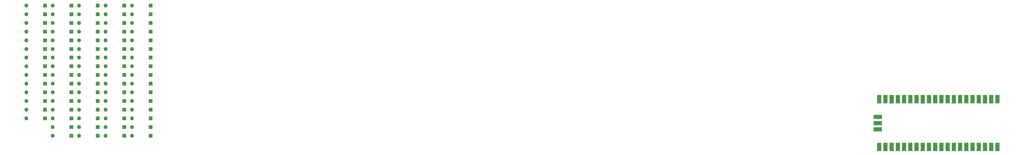
<source format=gtl>
G04 #@! TF.GenerationSoftware,KiCad,Pcbnew,8.0.8*
G04 #@! TF.CreationDate,2025-06-07T08:47:10+08:00*
G04 #@! TF.ProjectId,magic-keys,6d616769-632d-46b6-9579-732e6b696361,rev?*
G04 #@! TF.SameCoordinates,Original*
G04 #@! TF.FileFunction,Copper,L1,Top*
G04 #@! TF.FilePolarity,Positive*
%FSLAX46Y46*%
G04 Gerber Fmt 4.6, Leading zero omitted, Abs format (unit mm)*
G04 Created by KiCad (PCBNEW 8.0.8) date 2025-06-07 08:47:10*
%MOMM*%
%LPD*%
G01*
G04 APERTURE LIST*
G04 #@! TA.AperFunction,ComponentPad*
%ADD10O,1.700000X1.700000*%
G04 #@! TD*
G04 #@! TA.AperFunction,SMDPad,CuDef*
%ADD11R,1.700000X3.500000*%
G04 #@! TD*
G04 #@! TA.AperFunction,ComponentPad*
%ADD12R,1.700000X1.700000*%
G04 #@! TD*
G04 #@! TA.AperFunction,SMDPad,CuDef*
%ADD13R,3.500000X1.700000*%
G04 #@! TD*
G04 #@! TA.AperFunction,ComponentPad*
%ADD14R,1.600000X1.600000*%
G04 #@! TD*
G04 #@! TA.AperFunction,ComponentPad*
%ADD15O,1.600000X1.600000*%
G04 #@! TD*
G04 APERTURE END LIST*
D10*
G04 #@! TO.P,U1,1,GPIO0*
G04 #@! TO.N,Column 0*
X283755000Y-20320000D03*
D11*
X283755000Y-19420000D03*
D10*
G04 #@! TO.P,U1,2,GPIO1*
G04 #@! TO.N,Column 1*
X281215000Y-20320000D03*
D11*
X281215000Y-19420000D03*
D12*
G04 #@! TO.P,U1,3,GND*
G04 #@! TO.N,unconnected-(U1-GND-Pad3)*
X278675000Y-20320000D03*
D11*
X278675000Y-19420000D03*
D10*
G04 #@! TO.P,U1,4,GPIO2*
G04 #@! TO.N,Column 2*
X276135000Y-20320000D03*
D11*
X276135000Y-19420000D03*
D10*
G04 #@! TO.P,U1,5,GPIO3*
G04 #@! TO.N,Column 3*
X273595000Y-20320000D03*
D11*
X273595000Y-19420000D03*
D10*
G04 #@! TO.P,U1,6,GPIO4*
G04 #@! TO.N,Column 4*
X271055000Y-20320000D03*
D11*
X271055000Y-19420000D03*
D10*
G04 #@! TO.P,U1,7,GPIO5*
G04 #@! TO.N,Column 5*
X268515000Y-20320000D03*
D11*
X268515000Y-19420000D03*
D12*
G04 #@! TO.P,U1,8,GND*
G04 #@! TO.N,unconnected-(U1-GND-Pad8)*
X265975000Y-20320000D03*
D11*
X265975000Y-19420000D03*
D10*
G04 #@! TO.P,U1,9,GPIO6*
G04 #@! TO.N,Column 6*
X263435000Y-20320000D03*
D11*
X263435000Y-19420000D03*
D10*
G04 #@! TO.P,U1,10,GPIO7*
G04 #@! TO.N,Column 7*
X260895000Y-20320000D03*
D11*
X260895000Y-19420000D03*
D10*
G04 #@! TO.P,U1,11,GPIO8*
G04 #@! TO.N,Column 8*
X258355000Y-20320000D03*
D11*
X258355000Y-19420000D03*
D10*
G04 #@! TO.P,U1,12,GPIO9*
G04 #@! TO.N,Column 9*
X255815000Y-20320000D03*
D11*
X255815000Y-19420000D03*
D12*
G04 #@! TO.P,U1,13,GND*
G04 #@! TO.N,unconnected-(U1-GND-Pad13)*
X253275000Y-20320000D03*
D11*
X253275000Y-19420000D03*
D10*
G04 #@! TO.P,U1,14,GPIO10*
G04 #@! TO.N,Column 10*
X250735000Y-20320000D03*
D11*
X250735000Y-19420000D03*
D10*
G04 #@! TO.P,U1,15,GPIO11*
G04 #@! TO.N,Column 11*
X248195000Y-20320000D03*
D11*
X248195000Y-19420000D03*
D10*
G04 #@! TO.P,U1,16,GPIO12*
G04 #@! TO.N,Column 12*
X245655000Y-20320000D03*
D11*
X245655000Y-19420000D03*
D10*
G04 #@! TO.P,U1,17,GPIO13*
G04 #@! TO.N,Column 13*
X243115000Y-20320000D03*
D11*
X243115000Y-19420000D03*
D12*
G04 #@! TO.P,U1,18,GND*
G04 #@! TO.N,unconnected-(U1-GND-Pad18)*
X240575000Y-20320000D03*
D11*
X240575000Y-19420000D03*
D10*
G04 #@! TO.P,U1,19,GPIO14*
G04 #@! TO.N,Row 0*
X238035000Y-20320000D03*
D11*
X238035000Y-19420000D03*
D10*
G04 #@! TO.P,U1,20,GPIO15*
G04 #@! TO.N,Row 1*
X235495000Y-20320000D03*
D11*
X235495000Y-19420000D03*
D10*
G04 #@! TO.P,U1,21,GPIO16*
G04 #@! TO.N,Row 2*
X235495000Y-38100000D03*
D11*
X235495000Y-39000000D03*
D10*
G04 #@! TO.P,U1,22,GPIO17*
G04 #@! TO.N,Row 3*
X238035000Y-38100000D03*
D11*
X238035000Y-39000000D03*
D12*
G04 #@! TO.P,U1,23,GND*
G04 #@! TO.N,unconnected-(U1-GND-Pad23)*
X240575000Y-38100000D03*
D11*
X240575000Y-39000000D03*
D10*
G04 #@! TO.P,U1,24,GPIO18*
G04 #@! TO.N,Column 6*
X243115000Y-38100000D03*
D11*
X243115000Y-39000000D03*
D10*
G04 #@! TO.P,U1,25,GPIO19*
G04 #@! TO.N,Row 5*
X245655000Y-38100000D03*
D11*
X245655000Y-39000000D03*
D10*
G04 #@! TO.P,U1,26,GPIO20*
G04 #@! TO.N,unconnected-(U1-GPIO20-Pad26)*
X248195000Y-38100000D03*
D11*
X248195000Y-39000000D03*
D10*
G04 #@! TO.P,U1,27,GPIO21*
G04 #@! TO.N,unconnected-(U1-GPIO21-Pad27)*
X250735000Y-38100000D03*
D11*
X250735000Y-39000000D03*
D12*
G04 #@! TO.P,U1,28,GND*
G04 #@! TO.N,unconnected-(U1-GND-Pad28)*
X253275000Y-38100000D03*
D11*
X253275000Y-39000000D03*
D10*
G04 #@! TO.P,U1,29,GPIO22*
G04 #@! TO.N,unconnected-(U1-GPIO22-Pad29)*
X255815000Y-38100000D03*
D11*
X255815000Y-39000000D03*
D10*
G04 #@! TO.P,U1,30,RUN*
G04 #@! TO.N,unconnected-(U1-RUN-Pad30)*
X258355000Y-38100000D03*
D11*
X258355000Y-39000000D03*
D10*
G04 #@! TO.P,U1,31,GPIO26_ADC0*
G04 #@! TO.N,unconnected-(U1-GPIO26_ADC0-Pad31)*
X260895000Y-38100000D03*
D11*
X260895000Y-39000000D03*
D10*
G04 #@! TO.P,U1,32,GPIO27_ADC1*
G04 #@! TO.N,unconnected-(U1-GPIO27_ADC1-Pad32)*
X263435000Y-38100000D03*
D11*
X263435000Y-39000000D03*
D12*
G04 #@! TO.P,U1,33,AGND*
G04 #@! TO.N,unconnected-(U1-AGND-Pad33)*
X265975000Y-38100000D03*
D11*
X265975000Y-39000000D03*
D10*
G04 #@! TO.P,U1,34,GPIO28_ADC2*
G04 #@! TO.N,unconnected-(U1-GPIO28_ADC2-Pad34)*
X268515000Y-38100000D03*
D11*
X268515000Y-39000000D03*
D10*
G04 #@! TO.P,U1,35,ADC_VREF*
G04 #@! TO.N,unconnected-(U1-ADC_VREF-Pad35)*
X271055000Y-38100000D03*
D11*
X271055000Y-39000000D03*
D10*
G04 #@! TO.P,U1,36,3V3*
G04 #@! TO.N,unconnected-(U1-3V3-Pad36)*
X273595000Y-38100000D03*
D11*
X273595000Y-39000000D03*
D10*
G04 #@! TO.P,U1,37,3V3_EN*
G04 #@! TO.N,unconnected-(U1-3V3_EN-Pad37)*
X276135000Y-38100000D03*
D11*
X276135000Y-39000000D03*
D12*
G04 #@! TO.P,U1,38,GND*
G04 #@! TO.N,unconnected-(U1-GND-Pad38)*
X278675000Y-38100000D03*
D11*
X278675000Y-39000000D03*
D10*
G04 #@! TO.P,U1,39,VSYS*
G04 #@! TO.N,unconnected-(U1-VSYS-Pad39)*
X281215000Y-38100000D03*
D11*
X281215000Y-39000000D03*
D10*
G04 #@! TO.P,U1,40,VBUS*
G04 #@! TO.N,unconnected-(U1-VBUS-Pad40)*
X283755000Y-38100000D03*
D11*
X283755000Y-39000000D03*
D10*
G04 #@! TO.P,U1,41,SWCLK*
G04 #@! TO.N,unconnected-(U1-SWCLK-Pad41)*
X235725000Y-26670000D03*
D13*
X234825000Y-26670000D03*
D12*
G04 #@! TO.P,U1,42,GND*
G04 #@! TO.N,unconnected-(U1-GND-Pad42)*
X235725000Y-29210000D03*
D13*
X234825000Y-29210000D03*
D10*
G04 #@! TO.P,U1,43,SWDIO*
G04 #@! TO.N,unconnected-(U1-SWDIO-Pad43)*
X235725000Y-31750000D03*
D13*
X234825000Y-31750000D03*
G04 #@! TD*
D14*
G04 #@! TO.P,IDiode1,1,K*
G04 #@! TO.N,Row 2*
X-83452500Y-34375000D03*
D15*
G04 #@! TO.P,IDiode1,2,A*
G04 #@! TO.N,Net-(IDiode1-A)*
X-91072500Y-34375000D03*
G04 #@! TD*
D14*
G04 #@! TO.P,>.Diode1,1,K*
G04 #@! TO.N,Column 6*
X-72682500Y18875000D03*
D15*
G04 #@! TO.P,>.Diode1,2,A*
G04 #@! TO.N,Net-(>.Diode1-A)*
X-80302500Y18875000D03*
G04 #@! TD*
D14*
G04 #@! TO.P,[{Diode1,1,K*
G04 #@! TO.N,Row 2*
X-104992500Y-16625000D03*
D15*
G04 #@! TO.P,[{Diode1,2,A*
G04 #@! TO.N,Net-([{Diode1-A)*
X-112612500Y-16625000D03*
G04 #@! TD*
D14*
G04 #@! TO.P,`~Diode1,1,K*
G04 #@! TO.N,Row 1*
X-104992500Y-27275000D03*
D15*
G04 #@! TO.P,`~Diode1,2,A*
G04 #@! TO.N,Net-(`~Diode1-A)*
X-112612500Y-27275000D03*
G04 #@! TD*
D14*
G04 #@! TO.P,NDiode1,1,K*
G04 #@! TO.N,Column 6*
X-94222500Y1125000D03*
D15*
G04 #@! TO.P,NDiode1,2,A*
G04 #@! TO.N,Net-(NDiode1-A)*
X-101842500Y1125000D03*
G04 #@! TD*
D14*
G04 #@! TO.P,=+Diode1,1,K*
G04 #@! TO.N,Row 1*
X-61912500Y-34375000D03*
D15*
G04 #@! TO.P,=+Diode1,2,A*
G04 #@! TO.N,Net-(=+Diode1-A)*
X-69532500Y-34375000D03*
G04 #@! TD*
D14*
G04 #@! TO.P,UDiode1,1,K*
G04 #@! TO.N,Row 2*
X-104992500Y8225000D03*
D15*
G04 #@! TO.P,UDiode1,2,A*
G04 #@! TO.N,Net-(UDiode1-A)*
X-112612500Y8225000D03*
G04 #@! TD*
D14*
G04 #@! TO.P,SpaceDiode1,1,K*
G04 #@! TO.N,Row 5*
X-104992500Y18875000D03*
D15*
G04 #@! TO.P,SpaceDiode1,2,A*
G04 #@! TO.N,Net-(SpaceDiode1-A)*
X-112612500Y18875000D03*
G04 #@! TD*
D14*
G04 #@! TO.P,QDiode1,1,K*
G04 #@! TO.N,Row 2*
X-94222500Y-16625000D03*
D15*
G04 #@! TO.P,QDiode1,2,A*
G04 #@! TO.N,Net-(QDiode1-A)*
X-101842500Y-16625000D03*
G04 #@! TD*
D14*
G04 #@! TO.P,1!Diode1,1,K*
G04 #@! TO.N,Row 1*
X-61912500Y4675000D03*
D15*
G04 #@! TO.P,1!Diode1,2,A*
G04 #@! TO.N,Net-(1!Diode1-A)*
X-69532500Y4675000D03*
G04 #@! TD*
D14*
G04 #@! TO.P,0)Diode1,1,K*
G04 #@! TO.N,Row 1*
X-61912500Y8225000D03*
D15*
G04 #@! TO.P,0)Diode1,2,A*
G04 #@! TO.N,Net-(0)Diode1-A)*
X-69532500Y8225000D03*
G04 #@! TD*
D14*
G04 #@! TO.P,PDiode1,1,K*
G04 #@! TO.N,Row 2*
X-94222500Y-13075000D03*
D15*
G04 #@! TO.P,PDiode1,2,A*
G04 #@! TO.N,Net-(PDiode1-A)*
X-101842500Y-13075000D03*
G04 #@! TD*
D14*
G04 #@! TO.P,5\u0025Diode1,1,K*
G04 #@! TO.N,Row 1*
X-61912500Y-9525000D03*
D15*
G04 #@! TO.P,5\u0025Diode1,2,A*
G04 #@! TO.N,Net-(5\u0025Diode1-A)*
X-69532500Y-9525000D03*
G04 #@! TD*
D14*
G04 #@! TO.P,SDiode1,1,K*
G04 #@! TO.N,Row 3*
X-94222500Y-27275000D03*
D15*
G04 #@! TO.P,SDiode1,2,A*
G04 #@! TO.N,Net-(SDiode1-A)*
X-101842500Y-27275000D03*
G04 #@! TD*
D14*
G04 #@! TO.P,EnterDiode1,1,K*
G04 #@! TO.N,Row 3*
X-72682500Y-27275000D03*
D15*
G04 #@! TO.P,EnterDiode1,2,A*
G04 #@! TO.N,Net-(EnterDiode1-A)*
X-80302500Y-27275000D03*
G04 #@! TD*
D14*
G04 #@! TO.P,BackspaceDiode1,1,K*
G04 #@! TO.N,Row 1*
X-72682500Y8225000D03*
D15*
G04 #@! TO.P,BackspaceDiode1,2,A*
G04 #@! TO.N,Net-(BackspaceDiode1-A)*
X-80302500Y8225000D03*
G04 #@! TD*
D14*
G04 #@! TO.P,F9Diode1,1,K*
G04 #@! TO.N,Row 0*
X-83452500Y-16625000D03*
D15*
G04 #@! TO.P,F9Diode1,2,A*
G04 #@! TO.N,Net-(F9Diode1-A)*
X-91072500Y-16625000D03*
G04 #@! TD*
D14*
G04 #@! TO.P,EDiode1,1,K*
G04 #@! TO.N,Row 2*
X-72682500Y-23725000D03*
D15*
G04 #@! TO.P,EDiode1,2,A*
G04 #@! TO.N,Net-(EDiode1-A)*
X-80302500Y-23725000D03*
G04 #@! TD*
D14*
G04 #@! TO.P,ControlDiode1,1,K*
G04 #@! TO.N,Row 5*
X-72682500Y-9525000D03*
D15*
G04 #@! TO.P,ControlDiode1,2,A*
G04 #@! TO.N,Net-(ControlDiode1-A)*
X-80302500Y-9525000D03*
G04 #@! TD*
D14*
G04 #@! TO.P,ShiftDiode2,1,K*
G04 #@! TO.N,Column 6*
X-94222500Y-34375000D03*
D15*
G04 #@! TO.P,ShiftDiode2,2,A*
G04 #@! TO.N,Net-(ShiftDiode2-A)*
X-101842500Y-34375000D03*
G04 #@! TD*
D14*
G04 #@! TO.P,F10Diode1,1,K*
G04 #@! TO.N,Row 0*
X-72682500Y-34375000D03*
D15*
G04 #@! TO.P,F10Diode1,2,A*
G04 #@! TO.N,Net-(F10Diode1-A)*
X-80302500Y-34375000D03*
G04 #@! TD*
D14*
G04 #@! TO.P,F3Diode1,1,K*
G04 #@! TO.N,Row 0*
X-83452500Y4675000D03*
D15*
G04 #@! TO.P,F3Diode1,2,A*
G04 #@! TO.N,Net-(F3Diode1-A)*
X-91072500Y4675000D03*
G04 #@! TD*
D14*
G04 #@! TO.P,EscDiode1,1,K*
G04 #@! TO.N,Row 0*
X-72682500Y-30825000D03*
D15*
G04 #@! TO.P,EscDiode1,2,A*
G04 #@! TO.N,Net-(EscDiode1-A)*
X-80302500Y-30825000D03*
G04 #@! TD*
D14*
G04 #@! TO.P,HDiode1,1,K*
G04 #@! TO.N,Row 3*
X-83452500Y-30825000D03*
D15*
G04 #@! TO.P,HDiode1,2,A*
G04 #@! TO.N,Net-(HDiode1-A)*
X-91072500Y-30825000D03*
G04 #@! TD*
D14*
G04 #@! TO.P,LDiode1,1,K*
G04 #@! TO.N,Row 3*
X-94222500Y11775000D03*
D15*
G04 #@! TO.P,LDiode1,2,A*
G04 #@! TO.N,Net-(LDiode1-A)*
X-101842500Y11775000D03*
G04 #@! TD*
D14*
G04 #@! TO.P,VDiode1,1,K*
G04 #@! TO.N,Column 6*
X-104992500Y1125000D03*
D15*
G04 #@! TO.P,VDiode1,2,A*
G04 #@! TO.N,Net-(VDiode1-A)*
X-112612500Y1125000D03*
G04 #@! TD*
D14*
G04 #@! TO.P,F6Diode1,1,K*
G04 #@! TO.N,Row 0*
X-83452500Y-5975000D03*
D15*
G04 #@! TO.P,F6Diode1,2,A*
G04 #@! TO.N,Net-(F6Diode1-A)*
X-91072500Y-5975000D03*
G04 #@! TD*
D14*
G04 #@! TO.P,KDiode1,1,K*
G04 #@! TO.N,Row 3*
X-94222500Y15325000D03*
D15*
G04 #@! TO.P,KDiode1,2,A*
G04 #@! TO.N,Net-(KDiode1-A)*
X-101842500Y15325000D03*
G04 #@! TD*
D14*
G04 #@! TO.P,TDiode1,1,K*
G04 #@! TO.N,Row 2*
X-104992500Y15325000D03*
D15*
G04 #@! TO.P,TDiode1,2,A*
G04 #@! TO.N,Net-(TDiode1-A)*
X-112612500Y15325000D03*
G04 #@! TD*
D14*
G04 #@! TO.P,MDiode1,1,K*
G04 #@! TO.N,Column 6*
X-94222500Y4675000D03*
D15*
G04 #@! TO.P,MDiode1,2,A*
G04 #@! TO.N,Net-(MDiode1-A)*
X-101842500Y4675000D03*
G04 #@! TD*
D14*
G04 #@! TO.P,F1Diode1,1,K*
G04 #@! TO.N,Row 0*
X-83452500Y11775000D03*
D15*
G04 #@! TO.P,F1Diode1,2,A*
G04 #@! TO.N,Net-(F1Diode1-A)*
X-91072500Y11775000D03*
G04 #@! TD*
D14*
G04 #@! TO.P,FnDiode1,1,K*
G04 #@! TO.N,Row 5*
X-83452500Y-23725000D03*
D15*
G04 #@! TO.P,FnDiode1,2,A*
G04 #@! TO.N,Net-(FnDiode1-A)*
X-91072500Y-23725000D03*
G04 #@! TD*
D14*
G04 #@! TO.P,F7Diode1,1,K*
G04 #@! TO.N,Row 0*
X-83452500Y-9525000D03*
D15*
G04 #@! TO.P,F7Diode1,2,A*
G04 #@! TO.N,Net-(F7Diode1-A)*
X-91072500Y-9525000D03*
G04 #@! TD*
D14*
G04 #@! TO.P,XDiode1,1,K*
G04 #@! TO.N,Column 6*
X-104992500Y-5975000D03*
D15*
G04 #@! TO.P,XDiode1,2,A*
G04 #@! TO.N,Net-(XDiode1-A)*
X-112612500Y-5975000D03*
G04 #@! TD*
D14*
G04 #@! TO.P,WDiode1,1,K*
G04 #@! TO.N,Row 2*
X-104992500Y-2425000D03*
D15*
G04 #@! TO.P,WDiode1,2,A*
G04 #@! TO.N,Net-(WDiode1-A)*
X-112612500Y-2425000D03*
G04 #@! TD*
D14*
G04 #@! TO.P,DDiode1,1,K*
G04 #@! TO.N,Row 3*
X-72682500Y-13075000D03*
D15*
G04 #@! TO.P,DDiode1,2,A*
G04 #@! TO.N,Net-(DDiode1-A)*
X-80302500Y-13075000D03*
G04 #@! TD*
D14*
G04 #@! TO.P,9(Diode1,1,K*
G04 #@! TO.N,Row 1*
X-61912500Y-23725000D03*
D15*
G04 #@! TO.P,9(Diode1,2,A*
G04 #@! TO.N,Net-(9(Diode1-A)*
X-69532500Y-23725000D03*
G04 #@! TD*
D14*
G04 #@! TO.P,3#Diode1,1,K*
G04 #@! TO.N,Row 1*
X-61912500Y-2425000D03*
D15*
G04 #@! TO.P,3#Diode1,2,A*
G04 #@! TO.N,Net-(3#Diode1-A)*
X-69532500Y-2425000D03*
G04 #@! TD*
D14*
G04 #@! TO.P,6^Diode1,1,K*
G04 #@! TO.N,Row 1*
X-61912500Y-13075000D03*
D15*
G04 #@! TO.P,6^Diode1,2,A*
G04 #@! TO.N,Net-(6^Diode1-A)*
X-69532500Y-13075000D03*
G04 #@! TD*
D14*
G04 #@! TO.P,2@Diode1,1,K*
G04 #@! TO.N,Row 1*
X-61912500Y1125000D03*
D15*
G04 #@! TO.P,2@Diode1,2,A*
G04 #@! TO.N,Net-(2@Diode1-A)*
X-69532500Y1125000D03*
G04 #@! TD*
D14*
G04 #@! TO.P,F4Diode1,1,K*
G04 #@! TO.N,Row 0*
X-83452500Y1125000D03*
D15*
G04 #@! TO.P,F4Diode1,2,A*
G04 #@! TO.N,Net-(F4Diode1-A)*
X-91072500Y1125000D03*
G04 #@! TD*
D14*
G04 #@! TO.P,F12Diode1,1,K*
G04 #@! TO.N,Row 0*
X-83452500Y15325000D03*
D15*
G04 #@! TO.P,F12Diode1,2,A*
G04 #@! TO.N,Net-(F12Diode1-A)*
X-91072500Y15325000D03*
G04 #@! TD*
D14*
G04 #@! TO.P,F5Diode1,1,K*
G04 #@! TO.N,Row 0*
X-83452500Y-2425000D03*
D15*
G04 #@! TO.P,F5Diode1,2,A*
G04 #@! TO.N,Net-(F5Diode1-A)*
X-91072500Y-2425000D03*
G04 #@! TD*
D14*
G04 #@! TO.P,8\u002ADiode1,1,K*
G04 #@! TO.N,Row 1*
X-61912500Y-20175000D03*
D15*
G04 #@! TO.P,8\u002ADiode1,2,A*
G04 #@! TO.N,Net-(8\u002ADiode1-A)*
X-69532500Y-20175000D03*
G04 #@! TD*
D14*
G04 #@! TO.P,/?Diode1,1,K*
G04 #@! TO.N,Column 6*
X-61912500Y11775000D03*
D15*
G04 #@! TO.P,/?Diode1,2,A*
G04 #@! TO.N,Net-(/?Diode1-A)*
X-69532500Y11775000D03*
G04 #@! TD*
D14*
G04 #@! TO.P,CmdDiode1,1,K*
G04 #@! TO.N,Row 5*
X-72682500Y-2425000D03*
D15*
G04 #@! TO.P,CmdDiode1,2,A*
G04 #@! TO.N,Net-(CmdDiode1-A)*
X-80302500Y-2425000D03*
G04 #@! TD*
D14*
G04 #@! TO.P,CapsLockDiode1,1,K*
G04 #@! TO.N,Row 3*
X-72682500Y1125000D03*
D15*
G04 #@! TO.P,CapsLockDiode1,2,A*
G04 #@! TO.N,Net-(CapsLockDiode1-A)*
X-80302500Y1125000D03*
G04 #@! TD*
D14*
G04 #@! TO.P,DownDiode1,1,K*
G04 #@! TO.N,Row 5*
X-72682500Y-20175000D03*
D15*
G04 #@! TO.P,DownDiode1,2,A*
G04 #@! TO.N,Net-(DownDiode1-A)*
X-80302500Y-20175000D03*
G04 #@! TD*
D14*
G04 #@! TO.P,LeftDiode1,1,K*
G04 #@! TO.N,Row 5*
X-94222500Y8225000D03*
D15*
G04 #@! TO.P,LeftDiode1,2,A*
G04 #@! TO.N,Net-(LeftDiode1-A)*
X-101842500Y8225000D03*
G04 #@! TD*
D14*
G04 #@! TO.P,F11Diode1,1,K*
G04 #@! TO.N,Row 0*
X-83452500Y18875000D03*
D15*
G04 #@! TO.P,F11Diode1,2,A*
G04 #@! TO.N,Net-(F11Diode1-A)*
X-91072500Y18875000D03*
G04 #@! TD*
D14*
G04 #@! TO.P,UpDiode1,1,K*
G04 #@! TO.N,Row 5*
X-104992500Y4675000D03*
D15*
G04 #@! TO.P,UpDiode1,2,A*
G04 #@! TO.N,Net-(UpDiode1-A)*
X-112612500Y4675000D03*
G04 #@! TD*
D14*
G04 #@! TO.P,DelDiode1,1,K*
G04 #@! TO.N,Row 0*
X-72682500Y-16625000D03*
D15*
G04 #@! TO.P,DelDiode1,2,A*
G04 #@! TO.N,Net-(DelDiode1-A)*
X-80302500Y-16625000D03*
G04 #@! TD*
D14*
G04 #@! TO.P,OptionDiode1,1,K*
G04 #@! TO.N,Row 5*
X-94222500Y-5975000D03*
D15*
G04 #@! TO.P,OptionDiode1,2,A*
G04 #@! TO.N,Net-(OptionDiode1-A)*
X-101842500Y-5975000D03*
G04 #@! TD*
D14*
G04 #@! TO.P,ODiode1,1,K*
G04 #@! TO.N,Row 2*
X-94222500Y-2425000D03*
D15*
G04 #@! TO.P,ODiode1,2,A*
G04 #@! TO.N,Net-(ODiode1-A)*
X-101842500Y-2425000D03*
G04 #@! TD*
D14*
G04 #@! TO.P,TabDiode1,1,K*
G04 #@! TO.N,Row 2*
X-104992500Y11775000D03*
D15*
G04 #@! TO.P,TabDiode1,2,A*
G04 #@! TO.N,Net-(TabDiode1-A)*
X-112612500Y11775000D03*
G04 #@! TD*
D14*
G04 #@! TO.P,ADiode1,1,K*
G04 #@! TO.N,Row 3*
X-72682500Y15325000D03*
D15*
G04 #@! TO.P,ADiode1,2,A*
G04 #@! TO.N,Net-(ADiode1-A)*
X-80302500Y15325000D03*
G04 #@! TD*
D14*
G04 #@! TO.P,4$Diode1,1,K*
G04 #@! TO.N,Row 1*
X-61912500Y-5975000D03*
D15*
G04 #@! TO.P,4$Diode1,2,A*
G04 #@! TO.N,Net-(4$Diode1-A)*
X-69532500Y-5975000D03*
G04 #@! TD*
D14*
G04 #@! TO.P,F2Diode1,1,K*
G04 #@! TO.N,Row 0*
X-83452500Y8225000D03*
D15*
G04 #@! TO.P,F2Diode1,2,A*
G04 #@! TO.N,Net-(F2Diode1-A)*
X-91072500Y8225000D03*
G04 #@! TD*
D14*
G04 #@! TO.P,RDiode1,1,K*
G04 #@! TO.N,Row 2*
X-94222500Y-20175000D03*
D15*
G04 #@! TO.P,RDiode1,2,A*
G04 #@! TO.N,Net-(RDiode1-A)*
X-101842500Y-20175000D03*
G04 #@! TD*
D14*
G04 #@! TO.P,'"Diode1,1,K*
G04 #@! TO.N,Row 3*
X-61912500Y18875000D03*
D15*
G04 #@! TO.P,'"Diode1,2,A*
G04 #@! TO.N,Net-('"Diode1-A)*
X-69532500Y18875000D03*
G04 #@! TD*
D14*
G04 #@! TO.P,YDiode1,1,K*
G04 #@! TO.N,Row 2*
X-104992500Y-9525000D03*
D15*
G04 #@! TO.P,YDiode1,2,A*
G04 #@! TO.N,Net-(YDiode1-A)*
X-112612500Y-9525000D03*
G04 #@! TD*
D14*
G04 #@! TO.P,GDiode1,1,K*
G04 #@! TO.N,Row 3*
X-83452500Y-27275000D03*
D15*
G04 #@! TO.P,GDiode1,2,A*
G04 #@! TO.N,Net-(GDiode1-A)*
X-91072500Y-27275000D03*
G04 #@! TD*
D14*
G04 #@! TO.P,<\u002CDiode1,1,K*
G04 #@! TO.N,Column 6*
X-61912500Y-30825000D03*
D15*
G04 #@! TO.P,<\u002CDiode1,2,A*
G04 #@! TO.N,Net-(<\u002CDiode1-A)*
X-69532500Y-30825000D03*
G04 #@! TD*
D14*
G04 #@! TO.P,ZDiode1,1,K*
G04 #@! TO.N,Column 6*
X-104992500Y-13075000D03*
D15*
G04 #@! TO.P,ZDiode1,2,A*
G04 #@! TO.N,Net-(ZDiode1-A)*
X-112612500Y-13075000D03*
G04 #@! TD*
D14*
G04 #@! TO.P,JDiode1,1,K*
G04 #@! TO.N,Row 3*
X-94222500Y18875000D03*
D15*
G04 #@! TO.P,JDiode1,2,A*
G04 #@! TO.N,Net-(JDiode1-A)*
X-101842500Y18875000D03*
G04 #@! TD*
D14*
G04 #@! TO.P,F8Diode1,1,K*
G04 #@! TO.N,Row 0*
X-83452500Y-13075000D03*
D15*
G04 #@! TO.P,F8Diode1,2,A*
G04 #@! TO.N,Net-(F8Diode1-A)*
X-91072500Y-13075000D03*
G04 #@! TD*
D14*
G04 #@! TO.P,ShiftDiode1,1,K*
G04 #@! TO.N,Column 6*
X-94222500Y-30825000D03*
D15*
G04 #@! TO.P,ShiftDiode1,2,A*
G04 #@! TO.N,Net-(ShiftDiode1-A)*
X-101842500Y-30825000D03*
G04 #@! TD*
D14*
G04 #@! TO.P,7&Diode1,1,K*
G04 #@! TO.N,Row 1*
X-61912500Y-16625000D03*
D15*
G04 #@! TO.P,7&Diode1,2,A*
G04 #@! TO.N,Net-(7&Diode1-A)*
X-69532500Y-16625000D03*
G04 #@! TD*
D14*
G04 #@! TO.P,RightDiode1,1,K*
G04 #@! TO.N,Row 5*
X-94222500Y-23725000D03*
D15*
G04 #@! TO.P,RightDiode1,2,A*
G04 #@! TO.N,Net-(RightDiode1-A)*
X-101842500Y-23725000D03*
G04 #@! TD*
D14*
G04 #@! TO.P,]}Diode1,1,K*
G04 #@! TO.N,Row 2*
X-104992500Y-23725000D03*
D15*
G04 #@! TO.P,]}Diode1,2,A*
G04 #@! TO.N,Net-(]}Diode1-A)*
X-112612500Y-23725000D03*
G04 #@! TD*
D14*
G04 #@! TO.P,FDiode1,1,K*
G04 #@! TO.N,Row 3*
X-83452500Y-20175000D03*
D15*
G04 #@! TO.P,FDiode1,2,A*
G04 #@! TO.N,Net-(FDiode1-A)*
X-91072500Y-20175000D03*
G04 #@! TD*
D14*
G04 #@! TO.P,;:Diode1,1,K*
G04 #@! TO.N,Row 3*
X-61912500Y-27275000D03*
D15*
G04 #@! TO.P,;:Diode1,2,A*
G04 #@! TO.N,Net-(;:Diode1-A)*
X-69532500Y-27275000D03*
G04 #@! TD*
D14*
G04 #@! TO.P,CmdDiode2,1,K*
G04 #@! TO.N,Row 5*
X-72682500Y-5975000D03*
D15*
G04 #@! TO.P,CmdDiode2,2,A*
G04 #@! TO.N,Net-(CmdDiode2-A)*
X-80302500Y-5975000D03*
G04 #@! TD*
D14*
G04 #@! TO.P,OptionDiode2,1,K*
G04 #@! TO.N,Row 5*
X-94222500Y-9525000D03*
D15*
G04 #@! TO.P,OptionDiode2,2,A*
G04 #@! TO.N,Net-(OptionDiode2-A)*
X-101842500Y-9525000D03*
G04 #@! TD*
D14*
G04 #@! TO.P,-_Diode1,1,K*
G04 #@! TO.N,Row 1*
X-61912500Y15325000D03*
D15*
G04 #@! TO.P,-_Diode1,2,A*
G04 #@! TO.N,Net-(-_Diode1-A)*
X-69532500Y15325000D03*
G04 #@! TD*
D14*
G04 #@! TO.P,BDiode1,1,K*
G04 #@! TO.N,Column 6*
X-72682500Y11775000D03*
D15*
G04 #@! TO.P,BDiode1,2,A*
G04 #@! TO.N,Net-(BDiode1-A)*
X-80302500Y11775000D03*
G04 #@! TD*
D14*
G04 #@! TO.P,CDiode1,1,K*
G04 #@! TO.N,Column 6*
X-72682500Y4675000D03*
D15*
G04 #@! TO.P,CDiode1,2,A*
G04 #@! TO.N,Net-(CDiode1-A)*
X-80302500Y4675000D03*
G04 #@! TD*
D14*
G04 #@! TO.P,\u005C|Diode1,1,K*
G04 #@! TO.N,Row 2*
X-104992500Y-20175000D03*
D15*
G04 #@! TO.P,\u005C|Diode1,2,A*
G04 #@! TO.N,Net-(\u005C|Diode1-A)*
X-112612500Y-20175000D03*
G04 #@! TD*
M02*

</source>
